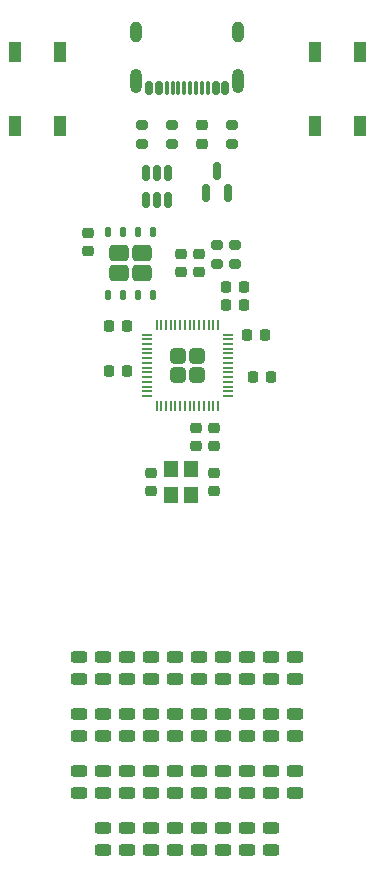
<source format=gbr>
%TF.GenerationSoftware,KiCad,Pcbnew,9.0.0*%
%TF.CreationDate,2025-05-01T21:08:40+03:00*%
%TF.ProjectId,cyberia,63796265-7269-4612-9e6b-696361645f70,v1.0.0*%
%TF.SameCoordinates,Original*%
%TF.FileFunction,Paste,Top*%
%TF.FilePolarity,Positive*%
%FSLAX46Y46*%
G04 Gerber Fmt 4.6, Leading zero omitted, Abs format (unit mm)*
G04 Created by KiCad (PCBNEW 9.0.0) date 2025-05-01 21:08:40*
%MOMM*%
%LPD*%
G01*
G04 APERTURE LIST*
G04 Aperture macros list*
%AMRoundRect*
0 Rectangle with rounded corners*
0 $1 Rounding radius*
0 $2 $3 $4 $5 $6 $7 $8 $9 X,Y pos of 4 corners*
0 Add a 4 corners polygon primitive as box body*
4,1,4,$2,$3,$4,$5,$6,$7,$8,$9,$2,$3,0*
0 Add four circle primitives for the rounded corners*
1,1,$1+$1,$2,$3*
1,1,$1+$1,$4,$5*
1,1,$1+$1,$6,$7*
1,1,$1+$1,$8,$9*
0 Add four rect primitives between the rounded corners*
20,1,$1+$1,$2,$3,$4,$5,0*
20,1,$1+$1,$4,$5,$6,$7,0*
20,1,$1+$1,$6,$7,$8,$9,0*
20,1,$1+$1,$8,$9,$2,$3,0*%
G04 Aperture macros list end*
%ADD10RoundRect,0.243750X-0.456250X0.243750X-0.456250X-0.243750X0.456250X-0.243750X0.456250X0.243750X0*%
%ADD11RoundRect,0.225000X-0.225000X-0.250000X0.225000X-0.250000X0.225000X0.250000X-0.225000X0.250000X0*%
%ADD12RoundRect,0.200000X-0.275000X0.200000X-0.275000X-0.200000X0.275000X-0.200000X0.275000X0.200000X0*%
%ADD13RoundRect,0.225000X-0.250000X0.225000X-0.250000X-0.225000X0.250000X-0.225000X0.250000X0.225000X0*%
%ADD14RoundRect,0.225000X0.250000X-0.225000X0.250000X0.225000X-0.250000X0.225000X-0.250000X-0.225000X0*%
%ADD15RoundRect,0.250000X0.555000X-0.435000X0.555000X0.435000X-0.555000X0.435000X-0.555000X-0.435000X0*%
%ADD16RoundRect,0.125000X0.125000X-0.262500X0.125000X0.262500X-0.125000X0.262500X-0.125000X-0.262500X0*%
%ADD17RoundRect,0.218750X-0.256250X0.218750X-0.256250X-0.218750X0.256250X-0.218750X0.256250X0.218750X0*%
%ADD18RoundRect,0.225000X0.225000X0.250000X-0.225000X0.250000X-0.225000X-0.250000X0.225000X-0.250000X0*%
%ADD19RoundRect,0.150000X-0.150000X0.512500X-0.150000X-0.512500X0.150000X-0.512500X0.150000X0.512500X0*%
%ADD20RoundRect,0.150000X0.150000X-0.587500X0.150000X0.587500X-0.150000X0.587500X-0.150000X-0.587500X0*%
%ADD21RoundRect,0.150000X0.150000X0.425000X-0.150000X0.425000X-0.150000X-0.425000X0.150000X-0.425000X0*%
%ADD22RoundRect,0.075000X0.075000X0.500000X-0.075000X0.500000X-0.075000X-0.500000X0.075000X-0.500000X0*%
%ADD23O,1.000000X1.800000*%
%ADD24O,1.000000X2.100000*%
%ADD25RoundRect,0.249999X-0.395001X-0.395001X0.395001X-0.395001X0.395001X0.395001X-0.395001X0.395001X0*%
%ADD26RoundRect,0.050000X-0.387500X-0.050000X0.387500X-0.050000X0.387500X0.050000X-0.387500X0.050000X0*%
%ADD27RoundRect,0.050000X-0.050000X-0.387500X0.050000X-0.387500X0.050000X0.387500X-0.050000X0.387500X0*%
%ADD28R,1.000000X1.700000*%
%ADD29R,1.200000X1.400000*%
G04 APERTURE END LIST*
D10*
%TO.C,D4*%
X202184000Y-115999499D03*
X202184000Y-114124501D03*
%TD*%
%TO.C,D13*%
X196087997Y-115999501D03*
X196088003Y-114124499D03*
%TD*%
%TO.C,D10*%
X198119997Y-115999501D03*
X198120003Y-114124499D03*
%TD*%
%TO.C,D7*%
X200151997Y-115999501D03*
X200152003Y-114124499D03*
%TD*%
D11*
%TO.C,C1*%
X206488999Y-84327997D03*
X208038999Y-84327997D03*
%TD*%
D12*
%TO.C,FB1*%
X207009998Y-69024999D03*
X207009998Y-70674997D03*
%TD*%
%TO.C,R1*%
X205739999Y-79184997D03*
X205739999Y-80834995D03*
%TD*%
D13*
%TO.C,C7*%
X203962000Y-94728998D03*
X203962000Y-96278998D03*
%TD*%
D11*
%TO.C,C5*%
X208267000Y-86867998D03*
X209817000Y-86867998D03*
%TD*%
D14*
%TO.C,C10*%
X202692000Y-81546999D03*
X202692000Y-79996999D03*
%TD*%
D13*
%TO.C,C11*%
X205486000Y-94728998D03*
X205486000Y-96278998D03*
%TD*%
D15*
%TO.C,U4*%
X197390000Y-81621997D03*
X199390003Y-81621997D03*
X197390001Y-79921997D03*
X199390004Y-79921997D03*
D16*
X196485005Y-83434497D03*
X197755003Y-83434494D03*
X199025001Y-83434494D03*
X200295001Y-83434498D03*
X200294999Y-78109497D03*
X199025001Y-78109500D03*
X197755003Y-78109500D03*
X196485003Y-78109496D03*
%TD*%
D17*
%TO.C,F1*%
X204469999Y-69062500D03*
X204469999Y-70637500D03*
%TD*%
D11*
%TO.C,C4*%
X208775000Y-90424000D03*
X210325000Y-90424000D03*
%TD*%
D18*
%TO.C,C6*%
X198133000Y-89915998D03*
X196583000Y-89915998D03*
%TD*%
D19*
%TO.C,U3*%
X201610000Y-73157496D03*
X200660000Y-73157499D03*
X199710000Y-73157495D03*
X199710000Y-75432502D03*
X200660000Y-75432499D03*
X201610000Y-75432503D03*
%TD*%
D13*
%TO.C,C13*%
X200152001Y-98538998D03*
X200152001Y-100088998D03*
%TD*%
D20*
%TO.C,U2*%
X204789998Y-74851500D03*
X206689997Y-74851501D03*
X205740001Y-72976497D03*
%TD*%
D12*
%TO.C,R4*%
X201929998Y-69025000D03*
X201929998Y-70674998D03*
%TD*%
%TO.C,R2*%
X207264003Y-79184999D03*
X207264003Y-80834997D03*
%TD*%
%TO.C,R3*%
X199389998Y-69024999D03*
X199389998Y-70674997D03*
%TD*%
D21*
%TO.C,J1*%
X206399998Y-65909997D03*
X205599998Y-65909996D03*
D22*
X204449999Y-65909997D03*
X203449997Y-65909997D03*
X202949999Y-65909996D03*
X201949996Y-65909997D03*
D21*
X200799998Y-65909996D03*
X199999998Y-65909997D03*
X199999998Y-65909997D03*
X200799998Y-65909996D03*
D22*
X201449998Y-65909995D03*
X202449999Y-65909997D03*
X203949997Y-65909997D03*
X204949999Y-65909996D03*
D21*
X205599998Y-65909996D03*
X206399998Y-65909997D03*
D23*
X207520000Y-61154996D03*
D24*
X207519997Y-65334997D03*
X198879999Y-65334997D03*
D23*
X198879997Y-61154997D03*
%TD*%
D25*
%TO.C,U1*%
X202400000Y-90207999D03*
X202400001Y-88608000D03*
X203999999Y-90208000D03*
X204000000Y-88608001D03*
D26*
X199762501Y-86808000D03*
X199762500Y-87208001D03*
X199762500Y-87608000D03*
X199762500Y-88008000D03*
X199762498Y-88408000D03*
X199762500Y-88808000D03*
X199762500Y-89208000D03*
X199762500Y-89608000D03*
X199762500Y-90008000D03*
X199762501Y-90407999D03*
X199762500Y-90808000D03*
X199762500Y-91208000D03*
X199762499Y-91607999D03*
X199762501Y-92008000D03*
D27*
X200600000Y-92845499D03*
X201000001Y-92845500D03*
X201400000Y-92845500D03*
X201800000Y-92845500D03*
X202200000Y-92845502D03*
X202600000Y-92845500D03*
X203000000Y-92845500D03*
X203400000Y-92845500D03*
X203800000Y-92845500D03*
X204199999Y-92845499D03*
X204600000Y-92845500D03*
X205000000Y-92845500D03*
X205399999Y-92845501D03*
X205800000Y-92845499D03*
D26*
X206637499Y-92008000D03*
X206637500Y-91607999D03*
X206637500Y-91208000D03*
X206637500Y-90808000D03*
X206637502Y-90408000D03*
X206637500Y-90008000D03*
X206637500Y-89608000D03*
X206637500Y-89208000D03*
X206637500Y-88808000D03*
X206637499Y-88408001D03*
X206637500Y-88008000D03*
X206637500Y-87608000D03*
X206637501Y-87208001D03*
X206637499Y-86808000D03*
D27*
X205800000Y-85970501D03*
X205399999Y-85970500D03*
X205000000Y-85970500D03*
X204600000Y-85970500D03*
X204200000Y-85970498D03*
X203800000Y-85970500D03*
X203400000Y-85970500D03*
X203000000Y-85970500D03*
X202600000Y-85970500D03*
X202200001Y-85970501D03*
X201800000Y-85970500D03*
X201400000Y-85970500D03*
X201000001Y-85970499D03*
X200600000Y-85970501D03*
%TD*%
D14*
%TO.C,C2*%
X204216001Y-81546997D03*
X204216001Y-79996997D03*
%TD*%
D28*
%TO.C,SW39*%
X217800002Y-62890000D03*
X217800003Y-69190000D03*
X213999997Y-62890000D03*
X213999998Y-69190000D03*
%TD*%
D11*
%TO.C,C9*%
X206489001Y-82804000D03*
X208039001Y-82804000D03*
%TD*%
D13*
%TO.C,C14*%
X194818000Y-78218997D03*
X194818000Y-79768997D03*
%TD*%
D18*
%TO.C,C3*%
X198133000Y-86105996D03*
X196583000Y-86105996D03*
%TD*%
D28*
%TO.C,SW40*%
X188599999Y-69190000D03*
X188599997Y-62890000D03*
X192400003Y-69190000D03*
X192400001Y-62890000D03*
%TD*%
D29*
%TO.C,Y1*%
X201842000Y-98213998D03*
X201842000Y-100413998D03*
X203542000Y-100413998D03*
X203542000Y-98213998D03*
%TD*%
D14*
%TO.C,C12*%
X205486000Y-100088998D03*
X205486000Y-98538998D03*
%TD*%
D10*
%TO.C,D12*%
X196087997Y-120825501D03*
X196088003Y-118950499D03*
%TD*%
%TO.C,D20*%
X210312000Y-128602501D03*
X210312000Y-130477499D03*
%TD*%
%TO.C,D32*%
X210312007Y-114124501D03*
X210311993Y-115999499D03*
%TD*%
%TO.C,D11*%
X196088003Y-123776499D03*
X196087997Y-125651501D03*
%TD*%
%TO.C,D21*%
X204216000Y-123776501D03*
X204216000Y-125651499D03*
%TD*%
%TO.C,D22*%
X204216000Y-118950501D03*
X204216000Y-120825499D03*
%TD*%
%TO.C,D31*%
X210312007Y-118950501D03*
X210311993Y-120825499D03*
%TD*%
%TO.C,D24*%
X206248007Y-123776501D03*
X206247993Y-125651499D03*
%TD*%
%TO.C,D30*%
X210312007Y-123776501D03*
X210311993Y-125651499D03*
%TD*%
%TO.C,D2*%
X202184000Y-123776501D03*
X202184000Y-125651499D03*
%TD*%
%TO.C,D23*%
X204216000Y-114124501D03*
X204216000Y-115999499D03*
%TD*%
%TO.C,D27*%
X208280007Y-123776501D03*
X208279993Y-125651499D03*
%TD*%
%TO.C,D3*%
X202184000Y-120825499D03*
X202184000Y-118950501D03*
%TD*%
%TO.C,D6*%
X200151997Y-120825501D03*
X200152003Y-118950499D03*
%TD*%
%TO.C,D29*%
X208280007Y-114124501D03*
X208279993Y-115999499D03*
%TD*%
%TO.C,D14*%
X194056003Y-123776499D03*
X194055997Y-125651501D03*
%TD*%
%TO.C,D33*%
X212344007Y-123776501D03*
X212343993Y-125651499D03*
%TD*%
%TO.C,D34*%
X212344007Y-118950501D03*
X212343993Y-120825499D03*
%TD*%
%TO.C,D38*%
X204216001Y-128602506D03*
X204215999Y-130477494D03*
%TD*%
%TO.C,D8*%
X198120003Y-123776499D03*
X198119997Y-125651501D03*
%TD*%
%TO.C,D1*%
X196088000Y-128602501D03*
X196088000Y-130477499D03*
%TD*%
%TO.C,D15*%
X194055997Y-120825501D03*
X194056003Y-118950499D03*
%TD*%
%TO.C,D16*%
X194056003Y-114124499D03*
X194055997Y-115999501D03*
%TD*%
%TO.C,D25*%
X206248007Y-118950501D03*
X206247993Y-120825499D03*
%TD*%
%TO.C,D18*%
X200151997Y-130477501D03*
X200152003Y-128602499D03*
%TD*%
%TO.C,D26*%
X206248007Y-114124501D03*
X206247993Y-115999499D03*
%TD*%
%TO.C,D5*%
X200152003Y-123776499D03*
X200151997Y-125651501D03*
%TD*%
%TO.C,D17*%
X198120003Y-128602499D03*
X198119997Y-130477501D03*
%TD*%
%TO.C,D28*%
X208279998Y-118950499D03*
X208280002Y-120825501D03*
%TD*%
%TO.C,D36*%
X208280007Y-128602501D03*
X208279993Y-130477499D03*
%TD*%
%TO.C,D9*%
X198119997Y-120825501D03*
X198120003Y-118950499D03*
%TD*%
%TO.C,D19*%
X202184006Y-128602500D03*
X202183994Y-130477500D03*
%TD*%
%TO.C,D35*%
X212344007Y-114124501D03*
X212343993Y-115999499D03*
%TD*%
%TO.C,D37*%
X206248001Y-128602506D03*
X206247999Y-130477494D03*
%TD*%
M02*

</source>
